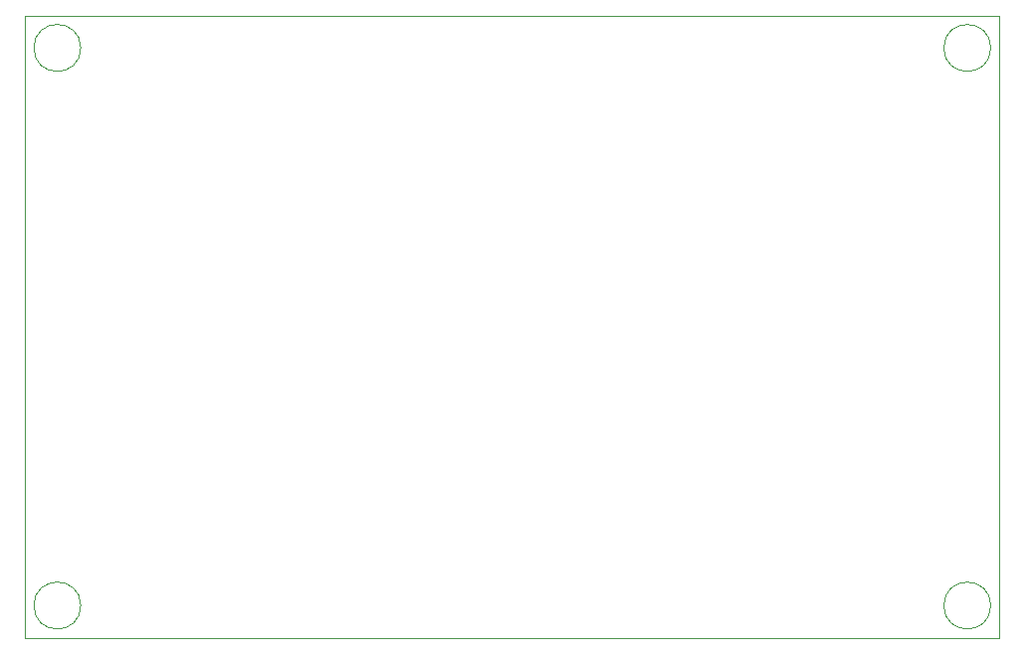
<source format=gbr>
%TF.GenerationSoftware,KiCad,Pcbnew,8.0.9-8.0.9-0~ubuntu24.04.1*%
%TF.CreationDate,2025-02-24T19:38:21+01:00*%
%TF.ProjectId,jack2bluetooth,6a61636b-3262-46c7-9565-746f6f74682e,v3.0*%
%TF.SameCoordinates,Original*%
%TF.FileFunction,Profile,NP*%
%FSLAX46Y46*%
G04 Gerber Fmt 4.6, Leading zero omitted, Abs format (unit mm)*
G04 Created by KiCad (PCBNEW 8.0.9-8.0.9-0~ubuntu24.04.1) date 2025-02-24 19:38:21*
%MOMM*%
%LPD*%
G01*
G04 APERTURE LIST*
%TA.AperFunction,Profile*%
%ADD10C,0.100000*%
%TD*%
G04 APERTURE END LIST*
D10*
X239250000Y-102750000D02*
G75*
G02*
X235250000Y-102750000I-2000000J0D01*
G01*
X235250000Y-102750000D02*
G75*
G02*
X239250000Y-102750000I2000000J0D01*
G01*
X157000000Y-100000000D02*
X240000000Y-100000000D01*
X240000000Y-153000000D01*
X157000000Y-153000000D01*
X157000000Y-100000000D01*
X239250000Y-150250000D02*
G75*
G02*
X235250000Y-150250000I-2000000J0D01*
G01*
X235250000Y-150250000D02*
G75*
G02*
X239250000Y-150250000I2000000J0D01*
G01*
X161750000Y-102750000D02*
G75*
G02*
X157750000Y-102750000I-2000000J0D01*
G01*
X157750000Y-102750000D02*
G75*
G02*
X161750000Y-102750000I2000000J0D01*
G01*
X161750000Y-150250000D02*
G75*
G02*
X157750000Y-150250000I-2000000J0D01*
G01*
X157750000Y-150250000D02*
G75*
G02*
X161750000Y-150250000I2000000J0D01*
G01*
M02*

</source>
